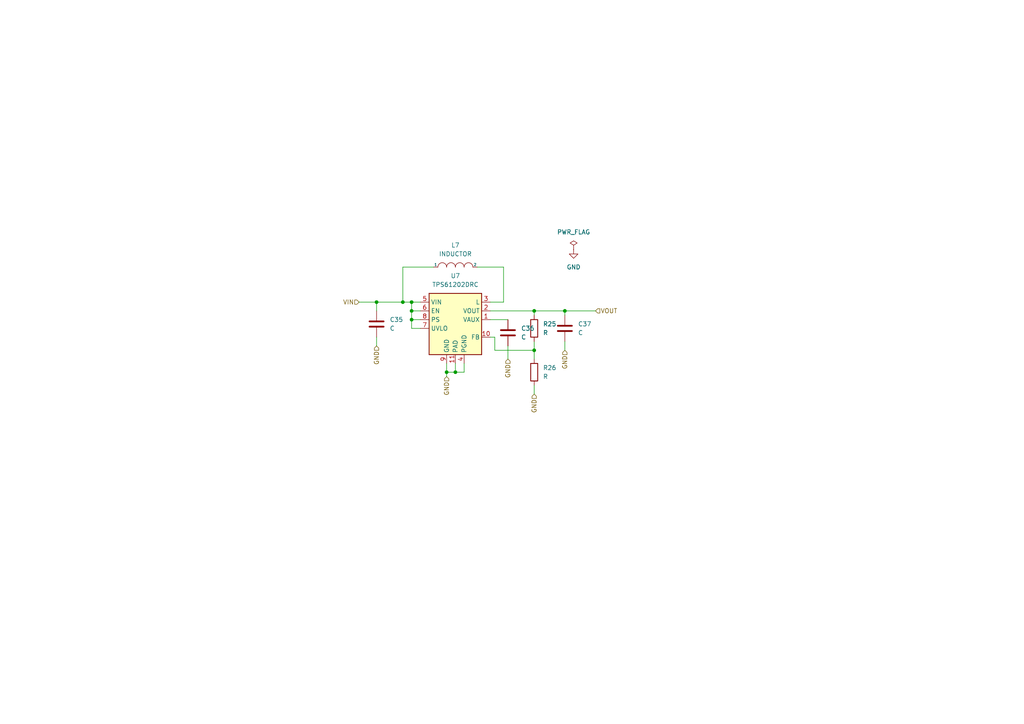
<source format=kicad_sch>
(kicad_sch (version 20211123) (generator eeschema)
  (paper "A4")
  (lib_symbols
    (symbol "Device:C" (pin_numbers hide) (pin_names (offset 0.254))
      (property "Reference" "C" (at 0.635 2.54 0))
      (property "Value" "C" (at 0.635 -2.54 0))
      (symbol "C_0_1"
        (polyline (pts (xy -2.032 -0.762) (xy 2.032 -0.762)) (stroke (width 0.508)))
        (polyline (pts (xy -2.032 0.762) (xy 2.032 0.762)) (stroke (width 0.508)))
      )
      (symbol "C_1_1"
        (pin passive line (at 0 3.81 270) (length 2.794) (name "~") (number "1"))
        (pin passive line (at 0 -3.81 90) (length 2.794) (name "~") (number "2"))
      )
    )
    (symbol "Device:R" (pin_numbers hide) (pin_names (offset 0))
      (property "Reference" "R" (at 2.032 0 90))
      (property "Value" "R" (at 0 0 90))
      (symbol "R_0_1"
        (rectangle (start -1.016 -2.54) (end 1.016 2.54) (stroke (width 0.254)))
      )
      (symbol "R_1_1"
        (pin passive line (at 0 3.81 270) (length 1.27) (name "~") (number "1"))
        (pin passive line (at 0 -3.81 90) (length 1.27) (name "~") (number "2"))
      )
    )
    (symbol "Regulator_Switching:TPS61202DRC"
      (property "Reference" "U" (at -10.16 8.89 0))
      (property "Value" "TPS61202DRC" (at -2.54 8.89 0))
      (symbol "TPS61202DRC_0_1"
        (rectangle (start -7.62 7.62) (end 7.62 -10.16) (stroke (width 0.254)) (fill (type background)))
      )
      (symbol "TPS61202DRC_1_1"
        (pin bidirectional line (at 10.16 0 180) (length 2.54) (name "VAUX") (number "1"))
        (pin input line (at 10.16 -5.08 180) (length 2.54) (name "FB") (number "10"))
        (pin power_in line (at 0 -12.7 90) (length 2.54) (name "PAD") (number "11"))
        (pin power_out line (at 10.16 2.54 180) (length 2.54) (name "VOUT") (number "2"))
        (pin input line (at 10.16 5.08 180) (length 2.54) (name "L") (number "3"))
        (pin power_in line (at 2.54 -12.7 90) (length 2.54) (name "PGND") (number "4"))
        (pin power_in line (at -10.16 5.08 0) (length 2.54) (name "VIN") (number "5"))
        (pin input line (at -10.16 2.54 0) (length 2.54) (name "EN") (number "6"))
        (pin input line (at -10.16 -2.54 0) (length 2.54) (name "UVLO") (number "7"))
        (pin input line (at -10.16 0 0) (length 2.54) (name "PS") (number "8"))
        (pin power_in line (at -2.54 -12.7 90) (length 2.54) (name "GND") (number "9"))
      )
    )
    (symbol "power:GND" (power) (pin_names (offset 0))
      (property "Value" "GND" (at 0 -3.81 0))
      (symbol "GND_0_1"
        (polyline (pts (xy 0 0) (xy 0 -1.27) (xy 1.27 -1.27) (xy 0 -2.54) (xy -1.27 -1.27) (xy 0 -1.27)))
      )
      (symbol "GND_1_1"
        (pin power_in line (at 0 0 270) (length 0) hide (name "GND") (number "1"))
      )
    )
    (symbol "power:PWR_FLAG" (power) (pin_numbers hide) (pin_names (offset 0) hide)
      (property "Value" "PWR_FLAG" (at 0 3.81 0))
      (symbol "PWR_FLAG_0_0"
        (pin power_out line (at 0 0 90) (length 0) (name "pwr") (number "1"))
      )
      (symbol "PWR_FLAG_0_1"
        (polyline (pts (xy 0 0) (xy 0 1.27) (xy -1.016 1.905) (xy 0 2.54) (xy 1.016 1.905) (xy 0 1.27)))
      )
    )
    (symbol "pspice:INDUCTOR" (pin_numbers hide) (pin_names (offset 0))
      (property "Reference" "L" (at 0 2.54 0))
      (property "Value" "INDUCTOR" (at 0 -1.27 0))
      (symbol "INDUCTOR_0_1"
        (arc (start -2.54 0) (mid -3.81 1.27) (end -5.08 0))
        (arc (start 0 0) (mid -1.27 1.27) (end -2.54 0))
        (arc (start 2.54 0) (mid 1.27 1.27) (end 0 0))
        (arc (start 5.08 0) (mid 3.81 1.27) (end 2.54 0))
      )
      (symbol "INDUCTOR_1_1"
        (pin input line (at -6.35 0 0) (length 1.27) (name "1") (number "1"))
        (pin input line (at 6.35 0 180) (length 1.27) (name "2") (number "2"))
      )
    )
  )
  (junction (at 129.54 107.95))
  (junction (at 154.94 90.17))
  (junction (at 119.38 90.17))
  (junction (at 116.84 87.63))
  (junction (at 119.38 92.71))
  (junction (at 109.22 87.63))
  (junction (at 119.38 87.63))
  (junction (at 154.94 101.6))
  (junction (at 163.83 90.17))
  (junction (at 132.08 107.95))
  (wire (pts (xy 116.84 77.47) (xy 116.84 87.63)))
  (wire (pts (xy 147.32 100.33) (xy 147.32 104.14)))
  (wire (pts (xy 138.43 77.47) (xy 146.05 77.47)))
  (wire (pts (xy 119.38 95.25) (xy 121.92 95.25)))
  (wire (pts (xy 142.24 90.17) (xy 154.94 90.17)))
  (wire (pts (xy 154.94 101.6) (xy 154.94 99.06)))
  (wire (pts (xy 119.38 90.17) (xy 121.92 90.17)))
  (wire (pts (xy 163.83 90.17) (xy 172.72 90.17)))
  (wire (pts (xy 142.24 92.71) (xy 147.32 92.71)))
  (wire (pts (xy 146.05 87.63) (xy 142.24 87.63)))
  (wire (pts (xy 163.83 99.06) (xy 163.83 101.6)))
  (wire (pts (xy 154.94 101.6) (xy 154.94 104.14)))
  (wire (pts (xy 119.38 87.63) (xy 121.92 87.63)))
  (wire (pts (xy 132.08 105.41) (xy 132.08 107.95)))
  (wire (pts (xy 119.38 87.63) (xy 119.38 90.17)))
  (wire (pts (xy 129.54 107.95) (xy 132.08 107.95)))
  (wire (pts (xy 132.08 107.95) (xy 134.62 107.95)))
  (wire (pts (xy 119.38 92.71) (xy 121.92 92.71)))
  (wire (pts (xy 119.38 90.17) (xy 119.38 92.71)))
  (wire (pts (xy 116.84 87.63) (xy 109.22 87.63)))
  (wire (pts (xy 143.51 97.79) (xy 143.51 101.6)))
  (wire (pts (xy 154.94 111.76) (xy 154.94 114.3)))
  (wire (pts (xy 146.05 77.47) (xy 146.05 87.63)))
  (wire (pts (xy 154.94 90.17) (xy 154.94 91.44)))
  (wire (pts (xy 125.73 77.47) (xy 116.84 77.47)))
  (wire (pts (xy 142.24 97.79) (xy 143.51 97.79)))
  (wire (pts (xy 116.84 87.63) (xy 119.38 87.63)))
  (wire (pts (xy 109.22 97.79) (xy 109.22 100.33)))
  (wire (pts (xy 143.51 101.6) (xy 154.94 101.6)))
  (wire (pts (xy 109.22 87.63) (xy 109.22 90.17)))
  (wire (pts (xy 104.14 87.63) (xy 109.22 87.63)))
  (wire (pts (xy 154.94 90.17) (xy 163.83 90.17)))
  (wire (pts (xy 129.54 105.41) (xy 129.54 107.95)))
  (wire (pts (xy 163.83 90.17) (xy 163.83 91.44)))
  (wire (pts (xy 129.54 107.95) (xy 129.54 109.22)))
  (wire (pts (xy 134.62 105.41) (xy 134.62 107.95)))
  (wire (pts (xy 119.38 92.71) (xy 119.38 95.25)))
  (hierarchical_label "GND" (shape input) (at 154.94 114.3 270))
  (hierarchical_label "GND" (shape input) (at 129.54 109.22 270))
  (hierarchical_label "GND" (shape input) (at 163.83 101.6 270))
  (hierarchical_label "GND" (shape input) (at 147.32 104.14 270))
  (hierarchical_label "VIN" (shape input) (at 104.14 87.63 180))
  (hierarchical_label "GND" (shape input) (at 109.22 100.33 270))
  (hierarchical_label "VOUT" (shape input) (at 172.72 90.17 0))
  (symbol (lib_id "power:GND") (at 166.37 72.39 0) (unit 1)
    (property "Reference" "#PWR03" (effects hide))
    (property "Value" "GND" (at 166.37 77.47 0))
  )
  (symbol (lib_id "pspice:INDUCTOR") (at 132.08 77.47 0) (unit 1)
    (property "Reference" "L7" (at 132.08 71.12 0))
    (property "Value" "INDUCTOR" (at 132.08 73.66 0))
  )
  (symbol (lib_id "Device:C") (at 147.32 96.52 0) (unit 1)
    (property "Reference" "C36" (at 151.13 95.2499 0) (effects (justify left)))
    (property "Value" "C" (at 151.13 97.7899 0) (effects (justify left)))
  )
  (symbol (lib_id "Device:C") (at 109.22 93.98 0) (unit 1)
    (property "Reference" "C35" (at 113.03 92.7099 0) (effects (justify left)))
    (property "Value" "C" (at 113.03 95.2499 0) (effects (justify left)))
  )
  (symbol (lib_id "Device:C") (at 163.83 95.25 0) (unit 1)
    (property "Reference" "C37" (at 167.64 93.9799 0) (effects (justify left)))
    (property "Value" "C" (at 167.64 96.5199 0) (effects (justify left)))
  )
  (symbol (lib_id "Regulator_Switching:TPS61202DRC") (at 132.08 92.71 0) (unit 1)
    (property "Reference" "U7" (at 132.08 80.01 0))
    (property "Value" "TPS61202DRC" (at 132.08 82.55 0))
    (property "Footprint" "Package_SON:Texas_S-PVSON-N10_ThermalVias" (effects hide))
    (property "Datasheet" "http://www.ti.com/lit/ds/symlink/tps61200.pdf" (effects hide))
  )
  (symbol (lib_id "power:PWR_FLAG") (at 166.37 72.39 0) (unit 1)
    (property "Reference" "#FLG03" (effects hide))
    (property "Value" "PWR_FLAG" (at 166.37 67.31 0))
  )
  (symbol (lib_id "Device:R") (at 154.94 95.25 0) (unit 1)
    (property "Reference" "R25" (at 157.48 93.9799 0) (effects (justify left)))
    (property "Value" "R" (at 157.48 96.5199 0) (effects (justify left)))
  )
  (symbol (lib_id "Device:R") (at 154.94 107.95 0) (unit 1)
    (property "Reference" "R26" (at 157.48 106.6799 0) (effects (justify left)))
    (property "Value" "R" (at 157.48 109.2199 0) (effects (justify left)))
  )
)
</source>
